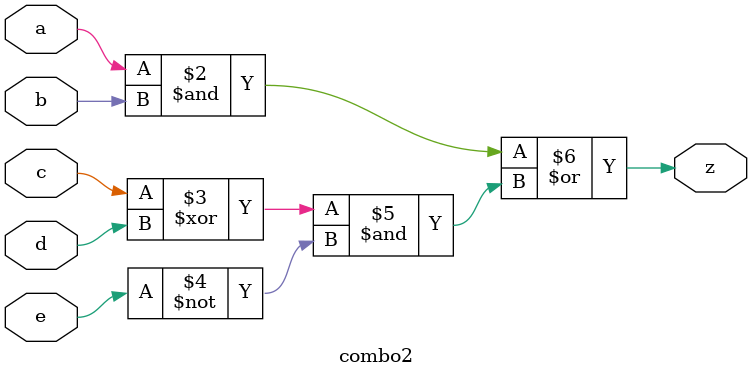
<source format=v>
module combo2 (input a, b, c, d, e, 
					output reg z);
					
always @ (a or b or c or d or e) begin

	z = ((a & b) | (c ^ d) & ~e);
	
end

endmodule	
</source>
